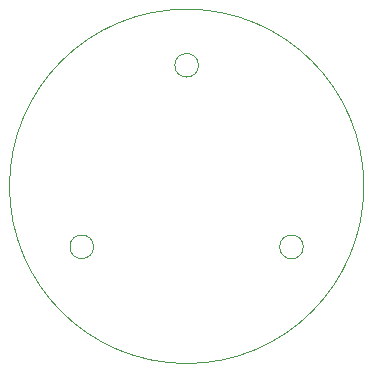
<source format=gbr>
%TF.GenerationSoftware,KiCad,Pcbnew,(6.0.0)*%
%TF.CreationDate,2022-02-06T18:29:28+08:00*%
%TF.ProjectId,STM32_FOC,53544d33-325f-4464-9f43-2e6b69636164,rev?*%
%TF.SameCoordinates,Original*%
%TF.FileFunction,Profile,NP*%
%FSLAX46Y46*%
G04 Gerber Fmt 4.6, Leading zero omitted, Abs format (unit mm)*
G04 Created by KiCad (PCBNEW (6.0.0)) date 2022-02-06 18:29:28*
%MOMM*%
%LPD*%
G01*
G04 APERTURE LIST*
%TA.AperFunction,Profile*%
%ADD10C,0.100000*%
%TD*%
G04 APERTURE END LIST*
D10*
X92119605Y-105118700D02*
G75*
G03*
X92119605Y-105118700I-1000000J0D01*
G01*
X109875406Y-105127346D02*
G75*
G03*
X109875406Y-105127346I-1000000J0D01*
G01*
X101000000Y-89750000D02*
G75*
G03*
X101000000Y-89750000I-1000000J0D01*
G01*
X115000000Y-100000000D02*
G75*
G03*
X115000000Y-100000000I-15000000J0D01*
G01*
M02*

</source>
